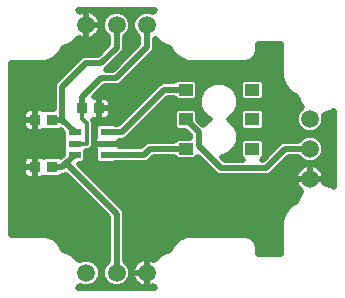
<source format=gtl>
G75*
%MOIN*%
%OFA0B0*%
%FSLAX25Y25*%
%IPPOS*%
%LPD*%
%AMOC8*
5,1,8,0,0,1.08239X$1,22.5*
%
%ADD10R,0.03740X0.03740*%
%ADD11C,0.05937*%
%ADD12R,0.04528X0.03937*%
%ADD13R,0.04134X0.02362*%
%ADD14C,0.02000*%
%ADD15C,0.01200*%
D10*
X0014894Y0050276D03*
X0020602Y0050276D03*
X0020602Y0066024D03*
X0014894Y0066024D03*
X0030642Y0069961D03*
X0036350Y0069961D03*
D11*
X0032118Y0097677D03*
X0042157Y0097677D03*
X0052197Y0097677D03*
X0106606Y0066417D03*
X0106606Y0056378D03*
X0106606Y0046339D03*
X0052197Y0015079D03*
X0042157Y0015079D03*
X0032118Y0015079D03*
D12*
X0065228Y0056378D03*
X0065228Y0066220D03*
X0065228Y0076063D03*
X0087472Y0076063D03*
X0087472Y0066220D03*
X0087472Y0056378D03*
D13*
X0038811Y0058150D03*
X0038811Y0061890D03*
X0038811Y0054409D03*
X0028181Y0054409D03*
X0028181Y0058150D03*
X0028181Y0061890D03*
D14*
X0023745Y0024297D02*
X0024449Y0022598D01*
X0024724Y0022598D01*
X0027574Y0021418D01*
X0029738Y0019254D01*
X0031170Y0019847D01*
X0033067Y0019847D01*
X0034819Y0019121D01*
X0036161Y0017780D01*
X0036887Y0016027D01*
X0036887Y0014130D01*
X0036161Y0012378D01*
X0034819Y0011036D01*
X0033067Y0010310D01*
X0031170Y0010310D01*
X0029914Y0010830D01*
X0029756Y0010449D01*
X0029357Y0010050D01*
X0054958Y0010050D01*
X0054559Y0010449D01*
X0054471Y0010661D01*
X0054104Y0010474D01*
X0053360Y0010233D01*
X0052588Y0010110D01*
X0052197Y0010110D01*
X0052197Y0015079D01*
X0052197Y0015079D01*
X0052197Y0020047D01*
X0052588Y0020047D01*
X0053360Y0019925D01*
X0054104Y0019683D01*
X0054702Y0019379D01*
X0056740Y0021418D01*
X0059591Y0022598D01*
X0059866Y0022598D01*
X0060570Y0024297D01*
X0060570Y0024297D01*
X0062821Y0026548D01*
X0062821Y0026548D01*
X0065762Y0027767D01*
X0085288Y0027767D01*
X0087144Y0026998D01*
X0088565Y0025577D01*
X0089333Y0023721D01*
X0089333Y0021270D01*
X0096950Y0021270D01*
X0096950Y0032773D01*
X0098168Y0035714D01*
X0098168Y0035714D01*
X0100420Y0037966D01*
X0100420Y0037966D01*
X0102118Y0038669D01*
X0102118Y0038944D01*
X0103299Y0041795D01*
X0103765Y0042261D01*
X0103370Y0042549D01*
X0102817Y0043102D01*
X0102357Y0043735D01*
X0102002Y0044431D01*
X0101760Y0045175D01*
X0101638Y0045948D01*
X0101638Y0046339D01*
X0106606Y0046339D01*
X0106606Y0051307D01*
X0106215Y0051307D01*
X0105443Y0051185D01*
X0104699Y0050943D01*
X0104002Y0050588D01*
X0103370Y0050128D01*
X0102817Y0049575D01*
X0102357Y0048943D01*
X0102002Y0048246D01*
X0101760Y0047502D01*
X0101638Y0046730D01*
X0101638Y0046339D01*
X0106606Y0046339D01*
X0106606Y0046339D01*
X0106606Y0046339D01*
X0106606Y0051307D01*
X0106997Y0051307D01*
X0107770Y0051185D01*
X0108514Y0050943D01*
X0109210Y0050588D01*
X0109843Y0050128D01*
X0110396Y0049575D01*
X0110856Y0048943D01*
X0111211Y0048246D01*
X0111452Y0047502D01*
X0111575Y0046730D01*
X0111575Y0046339D01*
X0106606Y0046339D01*
X0106606Y0046339D01*
X0111575Y0046339D01*
X0111575Y0045948D01*
X0111452Y0045175D01*
X0111443Y0045147D01*
X0114267Y0043977D01*
X0114667Y0043578D01*
X0114667Y0069178D01*
X0114267Y0068779D01*
X0111417Y0067598D01*
X0111278Y0067598D01*
X0111375Y0067366D01*
X0111375Y0065469D01*
X0110649Y0063716D01*
X0109307Y0062375D01*
X0107555Y0061649D01*
X0105658Y0061649D01*
X0103905Y0062375D01*
X0102564Y0063716D01*
X0101838Y0065469D01*
X0101838Y0067366D01*
X0102564Y0069118D01*
X0103853Y0070407D01*
X0103299Y0070961D01*
X0102118Y0073812D01*
X0102118Y0074087D01*
X0100420Y0074790D01*
X0100420Y0074790D01*
X0100420Y0074790D01*
X0098168Y0077042D01*
X0098168Y0077042D01*
X0096950Y0079983D01*
X0096950Y0091485D01*
X0089333Y0091485D01*
X0089333Y0089035D01*
X0088565Y0087179D01*
X0087144Y0085758D01*
X0085288Y0084989D01*
X0065762Y0084989D01*
X0062821Y0086208D01*
X0062821Y0086208D01*
X0060570Y0088459D01*
X0060570Y0088459D01*
X0059866Y0090157D01*
X0059591Y0090157D01*
X0056740Y0091338D01*
X0054997Y0093082D01*
X0054997Y0089640D01*
X0054571Y0088611D01*
X0044374Y0078414D01*
X0043586Y0077626D01*
X0042557Y0077200D01*
X0038160Y0077200D01*
X0034790Y0073831D01*
X0036350Y0073831D01*
X0036350Y0069961D01*
X0036350Y0069961D01*
X0036350Y0073831D01*
X0038484Y0073831D01*
X0038992Y0073694D01*
X0039448Y0073431D01*
X0039821Y0073059D01*
X0040084Y0072603D01*
X0040220Y0072094D01*
X0040220Y0069961D01*
X0036351Y0069961D01*
X0036351Y0069961D01*
X0040220Y0069961D01*
X0040220Y0067827D01*
X0040084Y0067319D01*
X0039821Y0066863D01*
X0039448Y0066490D01*
X0038992Y0066227D01*
X0038484Y0066091D01*
X0036350Y0066091D01*
X0036350Y0069960D01*
X0036350Y0069960D01*
X0036350Y0066091D01*
X0034305Y0066091D01*
X0034600Y0065377D01*
X0034600Y0057672D01*
X0034235Y0056790D01*
X0033559Y0056115D01*
X0032677Y0055750D01*
X0032048Y0055750D01*
X0032048Y0052483D01*
X0030994Y0051428D01*
X0029531Y0051428D01*
X0044531Y0036429D01*
X0044957Y0035399D01*
X0044957Y0019022D01*
X0046200Y0017780D01*
X0046926Y0016027D01*
X0046926Y0014130D01*
X0046200Y0012378D01*
X0044859Y0011036D01*
X0043106Y0010310D01*
X0041209Y0010310D01*
X0039456Y0011036D01*
X0038115Y0012378D01*
X0037389Y0014130D01*
X0037389Y0016027D01*
X0038115Y0017780D01*
X0039357Y0019022D01*
X0039357Y0033683D01*
X0025283Y0047757D01*
X0024604Y0047476D01*
X0024088Y0047476D01*
X0023218Y0046606D01*
X0017987Y0046606D01*
X0017862Y0046730D01*
X0017536Y0046542D01*
X0017027Y0046406D01*
X0014894Y0046406D01*
X0014894Y0050275D01*
X0014894Y0050275D01*
X0014894Y0046406D01*
X0012760Y0046406D01*
X0012252Y0046542D01*
X0011796Y0046805D01*
X0011423Y0047177D01*
X0011160Y0047634D01*
X0011024Y0048142D01*
X0011024Y0050276D01*
X0014894Y0050276D01*
X0014894Y0050276D01*
X0014894Y0054146D01*
X0017027Y0054146D01*
X0017536Y0054009D01*
X0017862Y0053821D01*
X0017987Y0053946D01*
X0023218Y0053946D01*
X0023488Y0053676D01*
X0023800Y0053988D01*
X0024314Y0054502D01*
X0024314Y0061797D01*
X0023488Y0062623D01*
X0023218Y0062354D01*
X0017987Y0062354D01*
X0017862Y0062478D01*
X0017536Y0062290D01*
X0017027Y0062154D01*
X0014894Y0062154D01*
X0014894Y0066023D01*
X0014894Y0066023D01*
X0014894Y0062154D01*
X0012760Y0062154D01*
X0012252Y0062290D01*
X0011796Y0062553D01*
X0011423Y0062926D01*
X0011160Y0063382D01*
X0011024Y0063890D01*
X0011024Y0066024D01*
X0014894Y0066024D01*
X0014894Y0066024D01*
X0014894Y0069894D01*
X0017027Y0069894D01*
X0017536Y0069757D01*
X0017862Y0069569D01*
X0017987Y0069694D01*
X0021247Y0069694D01*
X0021247Y0077604D01*
X0021674Y0078633D01*
X0022461Y0079421D01*
X0030414Y0087374D01*
X0031443Y0087800D01*
X0035840Y0087800D01*
X0039357Y0091317D01*
X0039357Y0093733D01*
X0038115Y0094976D01*
X0037389Y0096729D01*
X0037389Y0098626D01*
X0038115Y0100378D01*
X0039456Y0101720D01*
X0041209Y0102446D01*
X0043106Y0102446D01*
X0044859Y0101720D01*
X0046200Y0100378D01*
X0046926Y0098626D01*
X0046926Y0096729D01*
X0046200Y0094976D01*
X0044957Y0093733D01*
X0044957Y0089601D01*
X0044531Y0088571D01*
X0039374Y0083414D01*
X0038760Y0082800D01*
X0040840Y0082800D01*
X0049397Y0091357D01*
X0049397Y0093733D01*
X0048154Y0094976D01*
X0047428Y0096729D01*
X0047428Y0098626D01*
X0048154Y0100378D01*
X0049496Y0101720D01*
X0051248Y0102446D01*
X0053145Y0102446D01*
X0054401Y0101926D01*
X0054559Y0102307D01*
X0054958Y0102706D01*
X0029357Y0102706D01*
X0029756Y0102307D01*
X0029844Y0102095D01*
X0030211Y0102282D01*
X0030955Y0102523D01*
X0031727Y0102646D01*
X0032118Y0102646D01*
X0032118Y0097677D01*
X0032118Y0097677D01*
X0032118Y0092709D01*
X0031727Y0092709D01*
X0030955Y0092831D01*
X0030211Y0093073D01*
X0029613Y0093377D01*
X0027574Y0091338D01*
X0024724Y0090157D01*
X0024449Y0090157D01*
X0023745Y0088459D01*
X0023745Y0088459D01*
X0021494Y0086208D01*
X0021494Y0086208D01*
X0018552Y0084989D01*
X0007050Y0084989D01*
X0007050Y0027767D01*
X0018552Y0027767D01*
X0021494Y0026548D01*
X0021494Y0026548D01*
X0023745Y0024297D01*
X0023745Y0024297D01*
X0023057Y0024985D02*
X0039357Y0024985D01*
X0039357Y0026984D02*
X0020443Y0026984D01*
X0024288Y0022987D02*
X0039357Y0022987D01*
X0039357Y0020988D02*
X0028004Y0020988D01*
X0034951Y0018990D02*
X0039325Y0018990D01*
X0037788Y0016991D02*
X0036487Y0016991D01*
X0036887Y0014993D02*
X0037389Y0014993D01*
X0037860Y0012994D02*
X0036416Y0012994D01*
X0034721Y0010996D02*
X0039554Y0010996D01*
X0042157Y0015079D02*
X0042157Y0034843D01*
X0025386Y0051614D01*
X0028181Y0054409D01*
X0029994Y0050966D02*
X0072074Y0050966D01*
X0070076Y0052964D02*
X0068593Y0052964D01*
X0068238Y0052609D02*
X0069292Y0053664D01*
X0069292Y0053748D01*
X0075414Y0047626D01*
X0076443Y0047200D01*
X0092557Y0047200D01*
X0093586Y0047626D01*
X0099538Y0053578D01*
X0102663Y0053578D01*
X0103905Y0052335D01*
X0105658Y0051609D01*
X0107555Y0051609D01*
X0109307Y0052335D01*
X0110649Y0053677D01*
X0111375Y0055429D01*
X0111375Y0057326D01*
X0110649Y0059079D01*
X0109307Y0060420D01*
X0107555Y0061146D01*
X0105658Y0061146D01*
X0103905Y0060420D01*
X0102663Y0059178D01*
X0097821Y0059178D01*
X0096792Y0058752D01*
X0096004Y0057964D01*
X0090840Y0052800D01*
X0090672Y0052800D01*
X0091536Y0053664D01*
X0091536Y0059092D01*
X0090482Y0060146D01*
X0084463Y0060146D01*
X0083409Y0059092D01*
X0083409Y0053664D01*
X0084273Y0052800D01*
X0078160Y0052800D01*
X0077318Y0053642D01*
X0077678Y0053642D01*
X0080130Y0054658D01*
X0082008Y0056535D01*
X0083024Y0058988D01*
X0083024Y0061642D01*
X0082008Y0064095D01*
X0080130Y0065972D01*
X0079531Y0066220D01*
X0080130Y0066469D01*
X0082008Y0068346D01*
X0083024Y0070799D01*
X0083024Y0073453D01*
X0082008Y0075906D01*
X0080130Y0077783D01*
X0077678Y0078799D01*
X0075023Y0078799D01*
X0072570Y0077783D01*
X0070693Y0075906D01*
X0069677Y0073453D01*
X0069677Y0070799D01*
X0070693Y0068346D01*
X0072570Y0066469D01*
X0073170Y0066220D01*
X0072570Y0065972D01*
X0071003Y0064405D01*
X0069292Y0066116D01*
X0069292Y0068935D01*
X0068238Y0069989D01*
X0062219Y0069989D01*
X0061165Y0068935D01*
X0061165Y0063506D01*
X0062219Y0062452D01*
X0065037Y0062452D01*
X0066700Y0060789D01*
X0066700Y0060146D01*
X0062219Y0060146D01*
X0061250Y0059178D01*
X0052821Y0059178D01*
X0051792Y0058752D01*
X0051004Y0057964D01*
X0050250Y0057209D01*
X0042878Y0057209D01*
X0042878Y0058150D01*
X0042878Y0059090D01*
X0044447Y0059090D01*
X0045476Y0059516D01*
X0059223Y0073263D01*
X0061250Y0073263D01*
X0062219Y0072294D01*
X0068238Y0072294D01*
X0069292Y0073349D01*
X0069292Y0078777D01*
X0068238Y0079831D01*
X0062219Y0079831D01*
X0061250Y0078863D01*
X0057506Y0078863D01*
X0056477Y0078437D01*
X0055689Y0077649D01*
X0042730Y0064690D01*
X0041805Y0064690D01*
X0041624Y0064871D01*
X0035998Y0064871D01*
X0034944Y0063816D01*
X0034944Y0060213D01*
X0034880Y0060103D01*
X0034744Y0059594D01*
X0034744Y0058150D01*
X0038811Y0058150D01*
X0038811Y0058150D01*
X0042878Y0058150D01*
X0038811Y0058150D01*
X0038811Y0058150D01*
X0034744Y0058150D01*
X0034744Y0056705D01*
X0034880Y0056197D01*
X0034944Y0056086D01*
X0034944Y0052483D01*
X0035998Y0051428D01*
X0041624Y0051428D01*
X0041805Y0051609D01*
X0051966Y0051609D01*
X0052996Y0052036D01*
X0054538Y0053578D01*
X0061250Y0053578D01*
X0062219Y0052609D01*
X0068238Y0052609D01*
X0065228Y0056378D02*
X0053378Y0056378D01*
X0051409Y0054409D01*
X0038811Y0054409D01*
X0034944Y0054963D02*
X0032048Y0054963D01*
X0032048Y0052964D02*
X0034944Y0052964D01*
X0031993Y0048967D02*
X0074073Y0048967D01*
X0077000Y0050000D02*
X0092000Y0050000D01*
X0098378Y0056378D01*
X0106606Y0056378D01*
X0110698Y0058960D02*
X0114667Y0058960D01*
X0114667Y0060958D02*
X0108009Y0060958D01*
X0109889Y0062957D02*
X0114667Y0062957D01*
X0114667Y0064955D02*
X0111162Y0064955D01*
X0111375Y0066954D02*
X0114667Y0066954D01*
X0114667Y0068952D02*
X0114441Y0068952D01*
X0105204Y0060958D02*
X0083024Y0060958D01*
X0082479Y0062957D02*
X0083958Y0062957D01*
X0084463Y0062452D02*
X0083409Y0063506D01*
X0083409Y0068935D01*
X0084463Y0069989D01*
X0090482Y0069989D01*
X0091536Y0068935D01*
X0091536Y0063506D01*
X0090482Y0062452D01*
X0084463Y0062452D01*
X0083409Y0064955D02*
X0081147Y0064955D01*
X0080616Y0066954D02*
X0083409Y0066954D01*
X0083426Y0068952D02*
X0082259Y0068952D01*
X0083024Y0070951D02*
X0103309Y0070951D01*
X0102495Y0068952D02*
X0091518Y0068952D01*
X0091536Y0066954D02*
X0101838Y0066954D01*
X0102050Y0064955D02*
X0091536Y0064955D01*
X0090987Y0062957D02*
X0103323Y0062957D01*
X0097294Y0058960D02*
X0091536Y0058960D01*
X0091536Y0056961D02*
X0095002Y0056961D01*
X0096004Y0057964D02*
X0096004Y0057964D01*
X0093003Y0054963D02*
X0091536Y0054963D01*
X0091004Y0052964D02*
X0090837Y0052964D01*
X0094927Y0048967D02*
X0102375Y0048967D01*
X0101676Y0046969D02*
X0033991Y0046969D01*
X0035990Y0044970D02*
X0101827Y0044970D01*
X0102947Y0042972D02*
X0037988Y0042972D01*
X0039987Y0040973D02*
X0102959Y0040973D01*
X0102131Y0038975D02*
X0041985Y0038975D01*
X0043984Y0036976D02*
X0099430Y0036976D01*
X0097863Y0034978D02*
X0044957Y0034978D01*
X0044957Y0032979D02*
X0097035Y0032979D01*
X0096950Y0030981D02*
X0044957Y0030981D01*
X0044957Y0028982D02*
X0096950Y0028982D01*
X0096950Y0026984D02*
X0087158Y0026984D01*
X0088810Y0024985D02*
X0096950Y0024985D01*
X0096950Y0022987D02*
X0089333Y0022987D01*
X0111869Y0044970D02*
X0114667Y0044970D01*
X0114667Y0046969D02*
X0111537Y0046969D01*
X0110838Y0048967D02*
X0114667Y0048967D01*
X0114667Y0050966D02*
X0108444Y0050966D01*
X0106606Y0050966D02*
X0106606Y0050966D01*
X0104769Y0050966D02*
X0096926Y0050966D01*
X0098924Y0052964D02*
X0103276Y0052964D01*
X0106606Y0048967D02*
X0106606Y0048967D01*
X0106606Y0046969D02*
X0106606Y0046969D01*
X0109936Y0052964D02*
X0114667Y0052964D01*
X0114667Y0054963D02*
X0111181Y0054963D01*
X0111375Y0056961D02*
X0114667Y0056961D01*
X0102475Y0072949D02*
X0091137Y0072949D01*
X0091536Y0073349D02*
X0091536Y0078777D01*
X0090482Y0079831D01*
X0084463Y0079831D01*
X0083409Y0078777D01*
X0083409Y0073349D01*
X0084463Y0072294D01*
X0090482Y0072294D01*
X0091536Y0073349D01*
X0091536Y0074948D02*
X0100262Y0074948D01*
X0098264Y0076946D02*
X0091536Y0076946D01*
X0091368Y0078945D02*
X0097380Y0078945D01*
X0096950Y0080943D02*
X0046903Y0080943D01*
X0044905Y0078945D02*
X0061332Y0078945D01*
X0058063Y0076063D02*
X0065228Y0076063D01*
X0069292Y0076946D02*
X0071733Y0076946D01*
X0070296Y0074948D02*
X0069292Y0074948D01*
X0069677Y0072949D02*
X0068893Y0072949D01*
X0069677Y0070951D02*
X0056911Y0070951D01*
X0054912Y0068952D02*
X0061182Y0068952D01*
X0061165Y0066954D02*
X0052914Y0066954D01*
X0050915Y0064955D02*
X0061165Y0064955D01*
X0061714Y0062957D02*
X0048917Y0062957D01*
X0046918Y0060958D02*
X0066531Y0060958D01*
X0069500Y0061949D02*
X0069500Y0057500D01*
X0077000Y0050000D01*
X0077996Y0052964D02*
X0084108Y0052964D01*
X0083409Y0054963D02*
X0080436Y0054963D01*
X0082184Y0056961D02*
X0083409Y0056961D01*
X0083409Y0058960D02*
X0083012Y0058960D01*
X0071553Y0064955D02*
X0070453Y0064955D01*
X0069292Y0066954D02*
X0072085Y0066954D01*
X0070442Y0068952D02*
X0069274Y0068952D01*
X0065228Y0066220D02*
X0069500Y0061949D01*
X0061864Y0052964D02*
X0053924Y0052964D01*
X0052294Y0058960D02*
X0042878Y0058960D01*
X0043890Y0061890D02*
X0058063Y0076063D01*
X0054987Y0076946D02*
X0037906Y0076946D01*
X0035908Y0074948D02*
X0052988Y0074948D01*
X0050990Y0072949D02*
X0039884Y0072949D01*
X0040220Y0070951D02*
X0048991Y0070951D01*
X0046993Y0068952D02*
X0040220Y0068952D01*
X0039874Y0066954D02*
X0044994Y0066954D01*
X0042996Y0064955D02*
X0034600Y0064955D01*
X0034600Y0062957D02*
X0034944Y0062957D01*
X0034944Y0060958D02*
X0034600Y0060958D01*
X0034600Y0058960D02*
X0034744Y0058960D01*
X0034744Y0056961D02*
X0034306Y0056961D01*
X0038811Y0061890D02*
X0043890Y0061890D01*
X0036350Y0066954D02*
X0036350Y0066954D01*
X0036350Y0068952D02*
X0036350Y0068952D01*
X0036350Y0070951D02*
X0036350Y0070951D01*
X0036350Y0072949D02*
X0036350Y0072949D01*
X0030642Y0073642D02*
X0030642Y0069961D01*
X0030642Y0073642D02*
X0037000Y0080000D01*
X0042000Y0080000D01*
X0052197Y0090197D01*
X0052197Y0097677D01*
X0048705Y0100929D02*
X0045650Y0100929D01*
X0046800Y0098930D02*
X0047554Y0098930D01*
X0047428Y0096932D02*
X0046926Y0096932D01*
X0046157Y0094933D02*
X0048197Y0094933D01*
X0049397Y0092934D02*
X0044957Y0092934D01*
X0044957Y0090936D02*
X0048976Y0090936D01*
X0046978Y0088937D02*
X0044683Y0088937D01*
X0044979Y0086939D02*
X0042899Y0086939D01*
X0042981Y0084940D02*
X0040900Y0084940D01*
X0040982Y0082942D02*
X0038902Y0082942D01*
X0037000Y0085000D02*
X0032000Y0085000D01*
X0024047Y0077047D01*
X0024047Y0066024D01*
X0028181Y0061890D01*
X0024314Y0060958D02*
X0007050Y0060958D01*
X0007050Y0062957D02*
X0011405Y0062957D01*
X0011024Y0064955D02*
X0007050Y0064955D01*
X0007050Y0066954D02*
X0011024Y0066954D01*
X0011024Y0066024D02*
X0011024Y0068157D01*
X0011160Y0068666D01*
X0011423Y0069122D01*
X0011796Y0069494D01*
X0012252Y0069757D01*
X0012760Y0069894D01*
X0014894Y0069894D01*
X0014894Y0066024D01*
X0014894Y0066024D01*
X0011024Y0066024D01*
X0011325Y0068952D02*
X0007050Y0068952D01*
X0007050Y0070951D02*
X0021247Y0070951D01*
X0021247Y0072949D02*
X0007050Y0072949D01*
X0007050Y0074948D02*
X0021247Y0074948D01*
X0021247Y0076946D02*
X0007050Y0076946D01*
X0007050Y0078945D02*
X0021985Y0078945D01*
X0023984Y0080943D02*
X0007050Y0080943D01*
X0007050Y0082942D02*
X0025982Y0082942D01*
X0027981Y0084940D02*
X0007050Y0084940D01*
X0022225Y0086939D02*
X0029979Y0086939D01*
X0026603Y0090936D02*
X0038976Y0090936D01*
X0039357Y0092934D02*
X0033600Y0092934D01*
X0033282Y0092831D02*
X0034025Y0093073D01*
X0034722Y0093428D01*
X0035355Y0093887D01*
X0035908Y0094440D01*
X0036368Y0095073D01*
X0036723Y0095770D01*
X0036964Y0096514D01*
X0037087Y0097286D01*
X0037087Y0097677D01*
X0032118Y0097677D01*
X0032118Y0092709D01*
X0032509Y0092709D01*
X0033282Y0092831D01*
X0032118Y0092934D02*
X0032118Y0092934D01*
X0030636Y0092934D02*
X0029171Y0092934D01*
X0032118Y0094933D02*
X0032118Y0094933D01*
X0032118Y0096932D02*
X0032118Y0096932D01*
X0032118Y0097677D02*
X0032118Y0097677D01*
X0032118Y0097677D01*
X0037087Y0097677D01*
X0037087Y0098068D01*
X0036964Y0098841D01*
X0036723Y0099584D01*
X0036368Y0100281D01*
X0035908Y0100914D01*
X0035355Y0101467D01*
X0034722Y0101927D01*
X0034025Y0102282D01*
X0033282Y0102523D01*
X0032509Y0102646D01*
X0032118Y0102646D01*
X0032118Y0097677D01*
X0032118Y0098930D02*
X0032118Y0098930D01*
X0032118Y0100929D02*
X0032118Y0100929D01*
X0035893Y0100929D02*
X0038665Y0100929D01*
X0037515Y0098930D02*
X0036935Y0098930D01*
X0037030Y0096932D02*
X0037389Y0096932D01*
X0038158Y0094933D02*
X0036266Y0094933D01*
X0042157Y0097677D02*
X0042157Y0090157D01*
X0037000Y0085000D01*
X0036978Y0088937D02*
X0023943Y0088937D01*
X0014894Y0068952D02*
X0014894Y0068952D01*
X0014894Y0066954D02*
X0014894Y0066954D01*
X0014894Y0064955D02*
X0014894Y0064955D01*
X0014894Y0062957D02*
X0014894Y0062957D01*
X0020602Y0066024D02*
X0024047Y0066024D01*
X0024314Y0058960D02*
X0007050Y0058960D01*
X0007050Y0056961D02*
X0024314Y0056961D01*
X0024314Y0054963D02*
X0007050Y0054963D01*
X0007050Y0052964D02*
X0011187Y0052964D01*
X0011160Y0052918D02*
X0011024Y0052409D01*
X0011024Y0050276D01*
X0014894Y0050276D01*
X0014894Y0054146D01*
X0012760Y0054146D01*
X0012252Y0054009D01*
X0011796Y0053746D01*
X0011423Y0053374D01*
X0011160Y0052918D01*
X0011024Y0050966D02*
X0007050Y0050966D01*
X0007050Y0048967D02*
X0011024Y0048967D01*
X0011632Y0046969D02*
X0007050Y0046969D01*
X0007050Y0044970D02*
X0028070Y0044970D01*
X0030068Y0042972D02*
X0007050Y0042972D01*
X0007050Y0040973D02*
X0032067Y0040973D01*
X0034066Y0038975D02*
X0007050Y0038975D01*
X0007050Y0036976D02*
X0036064Y0036976D01*
X0038063Y0034978D02*
X0007050Y0034978D01*
X0007050Y0032979D02*
X0039357Y0032979D01*
X0039357Y0030981D02*
X0007050Y0030981D01*
X0007050Y0028982D02*
X0039357Y0028982D01*
X0044957Y0026984D02*
X0063872Y0026984D01*
X0061258Y0024985D02*
X0044957Y0024985D01*
X0044957Y0022987D02*
X0060027Y0022987D01*
X0060570Y0024297D02*
X0060570Y0024297D01*
X0056311Y0020988D02*
X0044957Y0020988D01*
X0044990Y0018990D02*
X0049127Y0018990D01*
X0048960Y0018868D02*
X0048407Y0018315D01*
X0047947Y0017683D01*
X0047592Y0016986D01*
X0047351Y0016242D01*
X0047228Y0015470D01*
X0047228Y0015079D01*
X0052197Y0015079D01*
X0052197Y0020047D01*
X0051806Y0020047D01*
X0051033Y0019925D01*
X0050290Y0019683D01*
X0049593Y0019328D01*
X0048960Y0018868D01*
X0047595Y0016991D02*
X0046527Y0016991D01*
X0047228Y0015079D02*
X0047228Y0014688D01*
X0047351Y0013915D01*
X0047592Y0013171D01*
X0047947Y0012475D01*
X0048407Y0011842D01*
X0048960Y0011289D01*
X0049593Y0010829D01*
X0050290Y0010474D01*
X0051033Y0010233D01*
X0051806Y0010110D01*
X0052197Y0010110D01*
X0052197Y0015079D01*
X0052197Y0015079D01*
X0052197Y0015079D01*
X0047228Y0015079D01*
X0047228Y0014993D02*
X0046926Y0014993D01*
X0046455Y0012994D02*
X0047683Y0012994D01*
X0049364Y0010996D02*
X0044760Y0010996D01*
X0052197Y0010996D02*
X0052197Y0010996D01*
X0052197Y0012994D02*
X0052197Y0012994D01*
X0052197Y0014993D02*
X0052197Y0014993D01*
X0052197Y0016991D02*
X0052197Y0016991D01*
X0052197Y0018990D02*
X0052197Y0018990D01*
X0026071Y0046969D02*
X0023581Y0046969D01*
X0024047Y0050276D02*
X0020602Y0050276D01*
X0024047Y0050276D02*
X0025386Y0051614D01*
X0014894Y0050966D02*
X0014894Y0050966D01*
X0014894Y0050276D02*
X0014894Y0050276D01*
X0014894Y0048967D02*
X0014894Y0048967D01*
X0014894Y0046969D02*
X0014894Y0046969D01*
X0014894Y0052964D02*
X0014894Y0052964D01*
X0048902Y0082942D02*
X0096950Y0082942D01*
X0096950Y0084940D02*
X0050900Y0084940D01*
X0052899Y0086939D02*
X0062090Y0086939D01*
X0060372Y0088937D02*
X0054706Y0088937D01*
X0054997Y0090936D02*
X0057712Y0090936D01*
X0055144Y0092934D02*
X0054997Y0092934D01*
X0069124Y0078945D02*
X0083577Y0078945D01*
X0083409Y0076946D02*
X0080967Y0076946D01*
X0082405Y0074948D02*
X0083409Y0074948D01*
X0083024Y0072949D02*
X0083808Y0072949D01*
X0088325Y0086939D02*
X0096950Y0086939D01*
X0096950Y0088937D02*
X0089293Y0088937D01*
X0089333Y0090936D02*
X0096950Y0090936D01*
X0061564Y0072949D02*
X0058909Y0072949D01*
D15*
X0032200Y0064900D02*
X0032200Y0058150D01*
X0028181Y0058150D01*
X0032200Y0064900D02*
X0030642Y0066458D01*
X0030642Y0069961D01*
M02*

</source>
